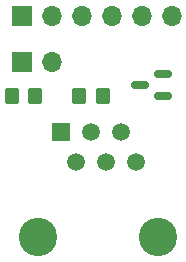
<source format=gbr>
%TF.GenerationSoftware,KiCad,Pcbnew,6.0.2+dfsg-1*%
%TF.CreationDate,2022-09-19T17:12:01+02:00*%
%TF.ProjectId,p1-interface,70312d69-6e74-4657-9266-6163652e6b69,rev?*%
%TF.SameCoordinates,Original*%
%TF.FileFunction,Soldermask,Top*%
%TF.FilePolarity,Negative*%
%FSLAX46Y46*%
G04 Gerber Fmt 4.6, Leading zero omitted, Abs format (unit mm)*
G04 Created by KiCad (PCBNEW 6.0.2+dfsg-1) date 2022-09-19 17:12:01*
%MOMM*%
%LPD*%
G01*
G04 APERTURE LIST*
G04 Aperture macros list*
%AMRoundRect*
0 Rectangle with rounded corners*
0 $1 Rounding radius*
0 $2 $3 $4 $5 $6 $7 $8 $9 X,Y pos of 4 corners*
0 Add a 4 corners polygon primitive as box body*
4,1,4,$2,$3,$4,$5,$6,$7,$8,$9,$2,$3,0*
0 Add four circle primitives for the rounded corners*
1,1,$1+$1,$2,$3*
1,1,$1+$1,$4,$5*
1,1,$1+$1,$6,$7*
1,1,$1+$1,$8,$9*
0 Add four rect primitives between the rounded corners*
20,1,$1+$1,$2,$3,$4,$5,0*
20,1,$1+$1,$4,$5,$6,$7,0*
20,1,$1+$1,$6,$7,$8,$9,0*
20,1,$1+$1,$8,$9,$2,$3,0*%
G04 Aperture macros list end*
%ADD10RoundRect,0.150000X0.587500X0.150000X-0.587500X0.150000X-0.587500X-0.150000X0.587500X-0.150000X0*%
%ADD11R,1.700000X1.700000*%
%ADD12O,1.700000X1.700000*%
%ADD13C,3.250000*%
%ADD14R,1.520000X1.520000*%
%ADD15C,1.520000*%
%ADD16RoundRect,0.250000X0.350000X0.450000X-0.350000X0.450000X-0.350000X-0.450000X0.350000X-0.450000X0*%
G04 APERTURE END LIST*
D10*
%TO.C,Q1*%
X140637500Y-69550000D03*
X140637500Y-67650000D03*
X138762500Y-68600000D03*
%TD*%
D11*
%TO.C,J2*%
X128750000Y-62750000D03*
D12*
X131290000Y-62750000D03*
X133830000Y-62750000D03*
X136370000Y-62750000D03*
X138910000Y-62750000D03*
X141450000Y-62750000D03*
%TD*%
D13*
%TO.C,J1*%
X140280000Y-81420000D03*
X130120000Y-81420000D03*
D14*
X132030000Y-72530000D03*
D15*
X133300000Y-75070000D03*
X134570000Y-72530000D03*
X135840000Y-75070000D03*
X137110000Y-72530000D03*
X138380000Y-75070000D03*
%TD*%
D16*
%TO.C,R1*%
X135580000Y-69530000D03*
X133580000Y-69530000D03*
%TD*%
D11*
%TO.C,J3*%
X128750000Y-66600000D03*
D12*
X131290000Y-66600000D03*
%TD*%
D16*
%TO.C,R2*%
X129850000Y-69550000D03*
X127850000Y-69550000D03*
%TD*%
M02*

</source>
